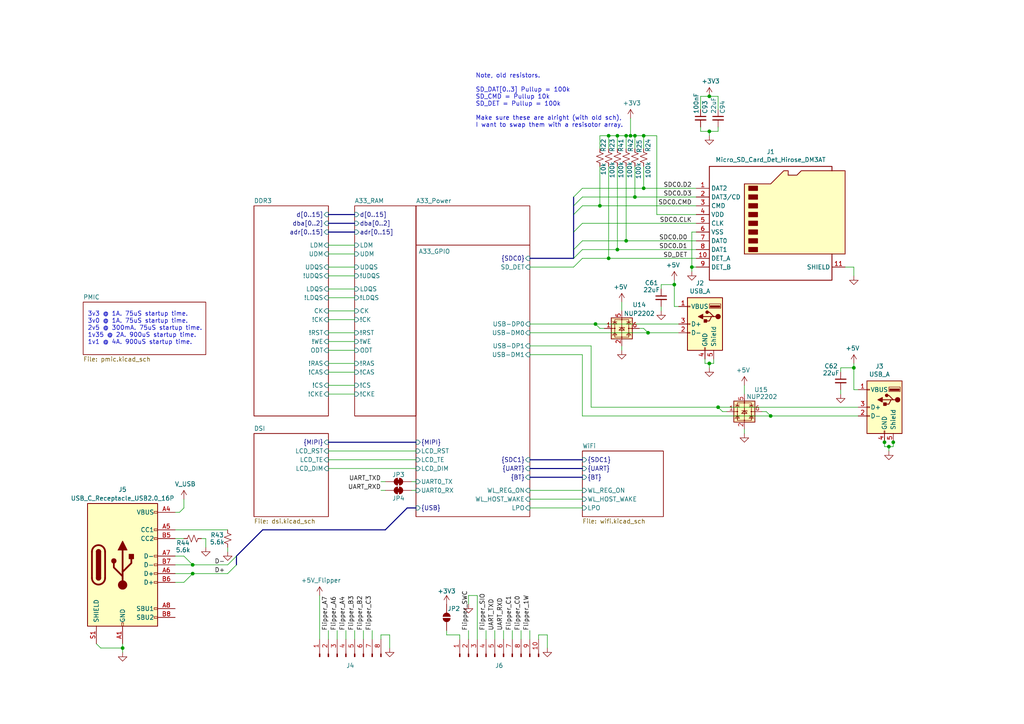
<source format=kicad_sch>
(kicad_sch (version 20231120) (generator "eeschema") (generator_version "8.0")
  (paper "A4")
  (title_block (title "Wifi Wart NFF") (rev "R0.1") (company "Interrupt Labs"))
  (lib_symbols
    (symbol "Connector:Conn_01x08_Pin" (pin_names (offset 1.016) hide)
      (property "Reference" "J" (at 0 10.16 0))
      (property "Value" "Conn_01x08_Pin" (at 0 -12.7 0))
      (symbol "Conn_01x08_Pin_1_1"
        (polyline (pts (xy 1.27 -10.16) (xy 0.8636 -10.16)) (stroke (width 0.1524)))
        (polyline (pts (xy 1.27 -7.62) (xy 0.8636 -7.62)) (stroke (width 0.1524)))
        (polyline (pts (xy 1.27 -5.08) (xy 0.8636 -5.08)) (stroke (width 0.1524)))
        (polyline (pts (xy 1.27 -2.54) (xy 0.8636 -2.54)) (stroke (width 0.1524)))
        (polyline (pts (xy 1.27 0) (xy 0.8636 0)) (stroke (width 0.1524)))
        (polyline (pts (xy 1.27 2.54) (xy 0.8636 2.54)) (stroke (width 0.1524)))
        (polyline (pts (xy 1.27 5.08) (xy 0.8636 5.08)) (stroke (width 0.1524)))
        (polyline (pts (xy 1.27 7.62) (xy 0.8636 7.62)) (stroke (width 0.1524)))
        (rectangle (start 0.8636 -10.033) (end 0 -10.287) (stroke (width 0.1524)) (fill (type outline)))
        (rectangle (start 0.8636 -7.493) (end 0 -7.747) (stroke (width 0.1524)) (fill (type outline)))
        (rectangle (start 0.8636 -4.953) (end 0 -5.207) (stroke (width 0.1524)) (fill (type outline)))
        (rectangle (start 0.8636 -2.413) (end 0 -2.667) (stroke (width 0.1524)) (fill (type outline)))
        (rectangle (start 0.8636 0.127) (end 0 -0.127) (stroke (width 0.1524)) (fill (type outline)))
        (rectangle (start 0.8636 2.667) (end 0 2.413) (stroke (width 0.1524)) (fill (type outline)))
        (rectangle (start 0.8636 5.207) (end 0 4.953) (stroke (width 0.1524)) (fill (type outline)))
        (rectangle (start 0.8636 7.747) (end 0 7.493) (stroke (width 0.1524)) (fill (type outline)))
        (pin passive line (at 5.08 7.62 180) (length 3.81) (name "Pin_1") (number "1"))
        (pin passive line (at 5.08 5.08 180) (length 3.81) (name "Pin_2") (number "2"))
        (pin passive line (at 5.08 2.54 180) (length 3.81) (name "Pin_3") (number "3"))
        (pin passive line (at 5.08 0 180) (length 3.81) (name "Pin_4") (number "4"))
        (pin passive line (at 5.08 -2.54 180) (length 3.81) (name "Pin_5") (number "5"))
        (pin passive line (at 5.08 -5.08 180) (length 3.81) (name "Pin_6") (number "6"))
        (pin passive line (at 5.08 -7.62 180) (length 3.81) (name "Pin_7") (number "7"))
        (pin passive line (at 5.08 -10.16 180) (length 3.81) (name "Pin_8") (number "8"))
      )
    )
    (symbol "Connector:Conn_01x10_Pin" (pin_names (offset 1.016) hide)
      (property "Reference" "J" (at 0 12.7 0))
      (property "Value" "Conn_01x10_Pin" (at 0 -15.24 0))
      (symbol "Conn_01x10_Pin_1_1"
        (polyline (pts (xy 1.27 -12.7) (xy 0.8636 -12.7)) (stroke (width 0.1524)))
        (polyline (pts (xy 1.27 -10.16) (xy 0.8636 -10.16)) (stroke (width 0.1524)))
        (polyline (pts (xy 1.27 -7.62) (xy 0.8636 -7.62)) (stroke (width 0.1524)))
        (polyline (pts (xy 1.27 -5.08) (xy 0.8636 -5.08)) (stroke (width 0.1524)))
        (polyline (pts (xy 1.27 -2.54) (xy 0.8636 -2.54)) (stroke (width 0.1524)))
        (polyline (pts (xy 1.27 0) (xy 0.8636 0)) (stroke (width 0.1524)))
        (polyline (pts (xy 1.27 2.54) (xy 0.8636 2.54)) (stroke (width 0.1524)))
        (polyline (pts (xy 1.27 5.08) (xy 0.8636 5.08)) (stroke (width 0.1524)))
        (polyline (pts (xy 1.27 7.62) (xy 0.8636 7.62)) (stroke (width 0.1524)))
        (polyline (pts (xy 1.27 10.16) (xy 0.8636 10.16)) (stroke (width 0.1524)))
        (rectangle (start 0.8636 -12.573) (end 0 -12.827) (stroke (width 0.1524)) (fill (type outline)))
        (rectangle (start 0.8636 -10.033) (end 0 -10.287) (stroke (width 0.1524)) (fill (type outline)))
        (rectangle (start 0.8636 -7.493) (end 0 -7.747) (stroke (width 0.1524)) (fill (type outline)))
        (rectangle (start 0.8636 -4.953) (end 0 -5.207) (stroke (width 0.1524)) (fill (type outline)))
        (rectangle (start 0.8636 -2.413) (end 0 -2.667) (stroke (width 0.1524)) (fill (type outline)))
        (rectangle (start 0.8636 0.127) (end 0 -0.127) (stroke (width 0.1524)) (fill (type outline)))
        (rectangle (start 0.8636 2.667) (end 0 2.413) (stroke (width 0.1524)) (fill (type outline)))
        (rectangle (start 0.8636 5.207) (end 0 4.953) (stroke (width 0.1524)) (fill (type outline)))
        (rectangle (start 0.8636 7.747) (end 0 7.493) (stroke (width 0.1524)) (fill (type outline)))
        (rectangle (start 0.8636 10.287) (end 0 10.033) (stroke (width 0.1524)) (fill (type outline)))
        (pin passive line (at 5.08 10.16 180) (length 3.81) (name "Pin_1") (number "1"))
        (pin passive line (at 5.08 -12.7 180) (length 3.81) (name "Pin_10") (number "10"))
        (pin passive line (at 5.08 7.62 180) (length 3.81) (name "Pin_2") (number "2"))
        (pin passive line (at 5.08 5.08 180) (length 3.81) (name "Pin_3") (number "3"))
        (pin passive line (at 5.08 2.54 180) (length 3.81) (name "Pin_4") (number "4"))
        (pin passive line (at 5.08 0 180) (length 3.81) (name "Pin_5") (number "5"))
        (pin passive line (at 5.08 -2.54 180) (length 3.81) (name "Pin_6") (number "6"))
        (pin passive line (at 5.08 -5.08 180) (length 3.81) (name "Pin_7") (number "7"))
        (pin passive line (at 5.08 -7.62 180) (length 3.81) (name "Pin_8") (number "8"))
        (pin passive line (at 5.08 -10.16 180) (length 3.81) (name "Pin_9") (number "9"))
      )
    )
    (symbol "Connector:Micro_SD_Card_Det_Hirose_DM3AT"
      (property "Reference" "J" (at -16.51 17.78 0))
      (property "Value" "Micro_SD_Card_Det_Hirose_DM3AT" (at 16.51 17.78 0))
      (symbol "Micro_SD_Card_Det_Hirose_DM3AT_0_1"
        (rectangle (start -7.62 -6.985) (end -5.08 -8.255) (stroke (width 0.254)) (fill (type outline)))
        (rectangle (start -7.62 -4.445) (end -5.08 -5.715) (stroke (width 0.254)) (fill (type outline)))
        (rectangle (start -7.62 -1.905) (end -5.08 -3.175) (stroke (width 0.254)) (fill (type outline)))
        (rectangle (start -7.62 0.635) (end -5.08 -0.635) (stroke (width 0.254)) (fill (type outline)))
        (rectangle (start -7.62 3.175) (end -5.08 1.905) (stroke (width 0.254)) (fill (type outline)))
        (rectangle (start -7.62 5.715) (end -5.08 4.445) (stroke (width 0.254)) (fill (type outline)))
        (rectangle (start -7.62 8.255) (end -5.08 6.985) (stroke (width 0.254)) (fill (type outline)))
        (rectangle (start -7.62 10.795) (end -5.08 9.525) (stroke (width 0.254)) (fill (type outline)))
        (polyline (pts (xy 16.51 15.24) (xy 16.51 16.51) (xy -19.05 16.51) (xy -19.05 -16.51) (xy 16.51 -16.51) (xy 16.51 -8.89)) (stroke (width 0.254)))
        (polyline (pts (xy -8.89 -8.89) (xy -8.89 11.43) (xy -1.27 11.43) (xy 2.54 15.24) (xy 3.81 15.24) (xy 3.81 13.97) (xy 6.35 13.97) (xy 7.62 15.24) (xy 20.32 15.24) (xy 20.32 -8.89) (xy -8.89 -8.89)) (stroke (width 0.254)) (fill (type background)))
      )
      (symbol "Micro_SD_Card_Det_Hirose_DM3AT_1_1"
        (pin bidirectional line (at -22.86 10.16 0) (length 3.81) (name "DAT2") (number "1"))
        (pin passive line (at -22.86 -10.16 0) (length 3.81) (name "DET_A") (number "10"))
        (pin passive line (at 20.32 -12.7 180) (length 3.81) (name "SHIELD") (number "11"))
        (pin bidirectional line (at -22.86 7.62 0) (length 3.81) (name "DAT3/CD") (number "2"))
        (pin input line (at -22.86 5.08 0) (length 3.81) (name "CMD") (number "3"))
        (pin power_in line (at -22.86 2.54 0) (length 3.81) (name "VDD") (number "4"))
        (pin input line (at -22.86 0 0) (length 3.81) (name "CLK") (number "5"))
        (pin power_in line (at -22.86 -2.54 0) (length 3.81) (name "VSS") (number "6"))
        (pin bidirectional line (at -22.86 -5.08 0) (length 3.81) (name "DAT0") (number "7"))
        (pin bidirectional line (at -22.86 -7.62 0) (length 3.81) (name "DAT1") (number "8"))
        (pin passive line (at -22.86 -12.7 0) (length 3.81) (name "DET_B") (number "9"))
      )
    )
    (symbol "Connector:USB_A" (pin_names (offset 1.016))
      (property "Reference" "J" (at -5.08 11.43 0))
      (property "Value" "USB_A" (at -5.08 8.89 0))
      (symbol "USB_A_0_1"
        (rectangle (start -5.08 -7.62) (end 5.08 7.62) (stroke (width 0.254)) (fill (type background)))
        (circle (center -3.81 2.159) (radius 0.635) (stroke (width 0.254)) (fill (type outline)))
        (rectangle (start -1.524 4.826) (end -4.318 5.334) (fill (type outline)))
        (rectangle (start -1.27 4.572) (end -4.572 5.842))
        (circle (center -0.635 3.429) (radius 0.381) (stroke (width 0.254)) (fill (type outline)))
        (rectangle (start -0.127 -7.62) (end 0.127 -6.858))
        (polyline (pts (xy -3.175 2.159) (xy -2.54 2.159) (xy -1.27 3.429) (xy -0.635 3.429)) (stroke (width 0.254)))
        (polyline (pts (xy -2.54 2.159) (xy -1.905 2.159) (xy -1.27 0.889) (xy 0 0.889)) (stroke (width 0.254)))
        (polyline (pts (xy 0.635 2.794) (xy 0.635 1.524) (xy 1.905 2.159) (xy 0.635 2.794)) (stroke (width 0.254)) (fill (type outline)))
        (rectangle (start 0.254 1.27) (end -0.508 0.508) (stroke (width 0.254)) (fill (type outline)))
        (rectangle (start 5.08 -2.667) (end 4.318 -2.413))
        (rectangle (start 5.08 -0.127) (end 4.318 0.127))
        (rectangle (start 5.08 4.953) (end 4.318 5.207))
      )
      (symbol "USB_A_1_1"
        (polyline (pts (xy -1.905 2.159) (xy 0.635 2.159)) (stroke (width 0.254)))
        (pin power_in line (at 7.62 5.08 180) (length 2.54) (name "VBUS") (number "1"))
        (pin bidirectional line (at 7.62 -2.54 180) (length 2.54) (name "D-") (number "2"))
        (pin bidirectional line (at 7.62 0 180) (length 2.54) (name "D+") (number "3"))
        (pin power_in line (at 0 -10.16 90) (length 2.54) (name "GND") (number "4"))
        (pin passive line (at -2.54 -10.16 90) (length 2.54) (name "Shield") (number "5"))
      )
    )
    (symbol "Connector:USB_C_Receptacle_USB2.0_16P" (pin_names (offset 1.016))
      (property "Reference" "J" (at 0 22.225 0))
      (property "Value" "USB_C_Receptacle_USB2.0_16P" (at 0 19.685 0))
      (symbol "USB_C_Receptacle_USB2.0_16P_0_0"
        (rectangle (start -0.254 -17.78) (end 0.254 -16.764))
        (rectangle (start 10.16 -14.986) (end 9.144 -15.494))
        (rectangle (start 10.16 -12.446) (end 9.144 -12.954))
        (rectangle (start 10.16 -4.826) (end 9.144 -5.334))
        (rectangle (start 10.16 -2.286) (end 9.144 -2.794))
        (rectangle (start 10.16 0.254) (end 9.144 -0.254))
        (rectangle (start 10.16 2.794) (end 9.144 2.286))
        (rectangle (start 10.16 7.874) (end 9.144 7.366))
        (rectangle (start 10.16 10.414) (end 9.144 9.906))
        (rectangle (start 10.16 15.494) (end 9.144 14.986))
      )
      (symbol "USB_C_Receptacle_USB2.0_16P_0_1"
        (rectangle (start -10.16 17.78) (end 10.16 -17.78) (stroke (width 0.254)) (fill (type background)))
        (arc (start -8.89 -3.81) (mid -6.985 -5.7067) (end -5.08 -3.81) (stroke (width 0.508)))
        (arc (start -7.62 -3.81) (mid -6.985 -4.4423) (end -6.35 -3.81) (stroke (width 0.254)))
        (arc (start -7.62 -3.81) (mid -6.985 -4.4423) (end -6.35 -3.81) (stroke (width 0.254)) (fill (type outline)))
        (rectangle (start -7.62 -3.81) (end -6.35 3.81) (stroke (width 0.254)) (fill (type outline)))
        (arc (start -6.35 3.81) (mid -6.985 4.4423) (end -7.62 3.81) (stroke (width 0.254)))
        (arc (start -6.35 3.81) (mid -6.985 4.4423) (end -7.62 3.81) (stroke (width 0.254)) (fill (type outline)))
        (arc (start -5.08 3.81) (mid -6.985 5.7067) (end -8.89 3.81) (stroke (width 0.508)))
        (circle (center -2.54 1.143) (radius 0.635) (stroke (width 0.254)) (fill (type outline)))
        (circle (center 0 -5.842) (radius 1.27) (fill (type outline)))
        (polyline (pts (xy -8.89 -3.81) (xy -8.89 3.81)) (stroke (width 0.508)))
        (polyline (pts (xy -5.08 3.81) (xy -5.08 -3.81)) (stroke (width 0.508)))
        (polyline (pts (xy 0 -5.842) (xy 0 4.318)) (stroke (width 0.508)))
        (polyline (pts (xy 0 -3.302) (xy -2.54 -0.762) (xy -2.54 0.508)) (stroke (width 0.508)))
        (polyline (pts (xy 0 -2.032) (xy 2.54 0.508) (xy 2.54 1.778)) (stroke (width 0.508)))
        (polyline (pts (xy -1.27 4.318) (xy 0 6.858) (xy 1.27 4.318) (xy -1.27 4.318)) (stroke (width 0.254)) (fill (type outline)))
        (rectangle (start 1.905 1.778) (end 3.175 3.048) (stroke (width 0.254)) (fill (type outline)))
      )
      (symbol "USB_C_Receptacle_USB2.0_16P_1_1"
        (pin passive line (at 0 -22.86 90) (length 5.08) (name "GND") (number "A1"))
        (pin passive line (at 0 -22.86 90) (length 5.08) hide (name "GND") (number "A12"))
        (pin passive line (at 15.24 15.24 180) (length 5.08) (name "VBUS") (number "A4"))
        (pin bidirectional line (at 15.24 10.16 180) (length 5.08) (name "CC1") (number "A5"))
        (pin bidirectional line (at 15.24 -2.54 180) (length 5.08) (name "D+") (number "A6"))
        (pin bidirectional line (at 15.24 2.54 180) (length 5.08) (name "D-") (number "A7"))
        (pin bidirectional line (at 15.24 -12.7 180) (length 5.08) (name "SBU1") (number "A8"))
        (pin passive line (at 15.24 15.24 180) (length 5.08) hide (name "VBUS") (number "A9"))
        (pin passive line (at 0 -22.86 90) (length 5.08) hide (name "GND") (number "B1"))
        (pin passive line (at 0 -22.86 90) (length 5.08) hide (name "GND") (number "B12"))
        (pin passive line (at 15.24 15.24 180) (length 5.08) hide (name "VBUS") (number "B4"))
        (pin bidirectional line (at 15.24 7.62 180) (length 5.08) (name "CC2") (number "B5"))
        (pin bidirectional line (at 15.24 -5.08 180) (length 5.08) (name "D+") (number "B6"))
        (pin bidirectional line (at 15.24 0 180) (length 5.08) (name "D-") (number "B7"))
        (pin bidirectional line (at 15.24 -15.24 180) (length 5.08) (name "SBU2") (number "B8"))
        (pin passive line (at 15.24 15.24 180) (length 5.08) hide (name "VBUS") (number "B9"))
        (pin passive line (at -7.62 -22.86 90) (length 5.08) (name "SHIELD") (number "S1"))
      )
    )
    (symbol "Device:C_Small" (pin_numbers hide) (pin_names (offset 0.254) hide)
      (property "Reference" "C" (at 0.254 1.778 0))
      (property "Value" "C_Small" (at 0.254 -2.032 0))
      (symbol "C_Small_0_1"
        (polyline (pts (xy -1.524 -0.508) (xy 1.524 -0.508)) (stroke (width 0.3302)))
        (polyline (pts (xy -1.524 0.508) (xy 1.524 0.508)) (stroke (width 0.3048)))
      )
      (symbol "C_Small_1_1"
        (pin passive line (at 0 2.54 270) (length 2.032) (name "~") (number "1"))
        (pin passive line (at 0 -2.54 90) (length 2.032) (name "~") (number "2"))
      )
    )
    (symbol "Device:R_Small_US" (pin_numbers hide) (pin_names (offset 0.254) hide)
      (property "Reference" "R" (at 0.762 0.508 0))
      (property "Value" "R_Small_US" (at 0.762 -1.016 0))
      (symbol "R_Small_US_1_1"
        (polyline (pts (xy 0 0) (xy 1.016 -0.381) (xy 0 -0.762) (xy -1.016 -1.143) (xy 0 -1.524)))
        (polyline (pts (xy 0 1.524) (xy 1.016 1.143) (xy 0 0.762) (xy -1.016 0.381) (xy 0 0)))
        (pin passive line (at 0 2.54 270) (length 1.016) (name "~") (number "1"))
        (pin passive line (at 0 -2.54 90) (length 1.016) (name "~") (number "2"))
      )
    )
    (symbol "Jumper:SolderJumper_2_Bridged" (pin_numbers hide) (pin_names (offset 0) hide) (exclude_from_sim yes) (in_bom no)
      (property "Reference" "JP" (at 0 2.032 0))
      (property "Value" "SolderJumper_2_Bridged" (at 0 -2.54 0))
      (symbol "SolderJumper_2_Bridged_0_1"
        (rectangle (start -0.508 0.508) (end 0.508 -0.508) (fill (type outline)))
        (arc (start -0.254 1.016) (mid -1.2656 0) (end -0.254 -1.016))
        (arc (start -0.254 1.016) (mid -1.2656 0) (end -0.254 -1.016) (fill (type outline)))
        (polyline (pts (xy -0.254 1.016) (xy -0.254 -1.016)))
        (polyline (pts (xy 0.254 1.016) (xy 0.254 -1.016)))
        (arc (start 0.254 -1.016) (mid 1.2656 0) (end 0.254 1.016))
        (arc (start 0.254 -1.016) (mid 1.2656 0) (end 0.254 1.016) (fill (type outline)))
      )
      (symbol "SolderJumper_2_Bridged_1_1"
        (pin passive line (at -3.81 0 0) (length 2.54) (name "A") (number "1"))
        (pin passive line (at 3.81 0 180) (length 2.54) (name "B") (number "2"))
      )
    )
    (symbol "Jumper:SolderJumper_2_Open" (pin_numbers hide) (pin_names (offset 0) hide) (exclude_from_sim yes) (in_bom no)
      (property "Reference" "JP" (at 0 2.032 0))
      (property "Value" "SolderJumper_2_Open" (at 0 -2.54 0))
      (symbol "SolderJumper_2_Open_0_1"
        (arc (start -0.254 1.016) (mid -1.2656 0) (end -0.254 -1.016))
        (arc (start -0.254 1.016) (mid -1.2656 0) (end -0.254 -1.016) (fill (type outline)))
        (polyline (pts (xy -0.254 1.016) (xy -0.254 -1.016)))
        (polyline (pts (xy 0.254 1.016) (xy 0.254 -1.016)))
        (arc (start 0.254 -1.016) (mid 1.2656 0) (end 0.254 1.016))
        (arc (start 0.254 -1.016) (mid 1.2656 0) (end 0.254 1.016) (fill (type outline)))
      )
      (symbol "SolderJumper_2_Open_1_1"
        (pin passive line (at -3.81 0 0) (length 2.54) (name "A") (number "1"))
        (pin passive line (at 3.81 0 180) (length 2.54) (name "B") (number "2"))
      )
    )
    (symbol "Power_Protection:NUP2202"
      (property "Reference" "U" (at -5.334 -2.54 0))
      (property "Value" "NUP2202" (at 6.35 1.27 90))
      (symbol "NUP2202_0_1"
        (rectangle (start -3.048 3.048) (end 3.048 -3.048) (stroke (width 0.254)) (fill (type background)))
        (circle (center -2.032 0) (radius 0.127))
        (circle (center -2.032 0) (radius 0.127))
        (circle (center 0 -2.54) (radius 0.127))
        (polyline (pts (xy -2.667 -1.27) (xy -1.397 -1.27)))
        (polyline (pts (xy -2.667 -1.27) (xy -1.397 -1.27)))
        (polyline (pts (xy -2.667 1.905) (xy -1.397 1.905)))
        (polyline (pts (xy -2.54 0) (xy -2.032 0)))
        (polyline (pts (xy -2.032 -2.54) (xy -2.032 -0.635)))
        (polyline (pts (xy -2.032 -2.54) (xy -2.032 -0.635)))
        (polyline (pts (xy -2.032 0.635) (xy -2.032 -0.635)))
        (polyline (pts (xy -2.032 0.635) (xy -2.032 2.54)))
        (polyline (pts (xy -2.032 2.54) (xy 2.032 2.54)))
        (polyline (pts (xy -0.762 0.254) (xy 0.762 0.254)))
        (polyline (pts (xy 0 -0.889) (xy 0 -2.54)))
        (polyline (pts (xy 0 -0.889) (xy 0 1.016)))
        (polyline (pts (xy 0 -0.889) (xy 0 1.016)))
        (polyline (pts (xy 0 1.016) (xy 0 3.81)))
        (polyline (pts (xy 0.762 0) (xy 0.762 0.254)))
        (polyline (pts (xy 1.397 -1.27) (xy 2.667 -1.27)))
        (polyline (pts (xy 1.397 -1.27) (xy 2.667 -1.27)))
        (polyline (pts (xy 1.397 1.905) (xy 2.667 1.905)))
        (polyline (pts (xy 2.032 -2.54) (xy -2.032 -2.54)))
        (polyline (pts (xy 2.032 -2.54) (xy 2.032 -0.635)))
        (polyline (pts (xy 2.032 -2.54) (xy 2.032 -0.635)))
        (polyline (pts (xy 2.032 0) (xy 2.54 0)))
        (polyline (pts (xy 2.032 0.635) (xy 2.032 -0.635)))
        (polyline (pts (xy 2.032 0.635) (xy 2.032 2.54)))
        (polyline (pts (xy -2.667 -1.905) (xy -1.397 -1.905) (xy -2.032 -1.27) (xy -2.667 -1.905)))
        (polyline (pts (xy -2.667 1.27) (xy -1.397 1.27) (xy -2.032 1.905) (xy -2.667 1.27)))
        (polyline (pts (xy -0.762 -0.508) (xy 0.762 -0.508) (xy 0 0.254) (xy -0.762 -0.508)))
        (polyline (pts (xy -0.762 -0.508) (xy 0.762 -0.508) (xy 0 0.254) (xy -0.762 -0.508)))
        (polyline (pts (xy 1.397 -1.905) (xy 2.667 -1.905) (xy 2.032 -1.27) (xy 1.397 -1.905)))
        (polyline (pts (xy 1.397 1.27) (xy 2.667 1.27) (xy 2.032 1.905) (xy 1.397 1.27)))
        (circle (center 0 2.54) (radius 0.127))
        (circle (center 2.032 0) (radius 0.127))
        (circle (center 2.032 0) (radius 0.127))
      )
      (symbol "NUP2202_1_1"
        (pin passive line (at -5.08 0 0) (length 2.54) (name "~") (number "1"))
        (pin passive line (at 0 -5.08 90) (length 2.54) (name "~") (number "2"))
        (pin no_connect line (at 0 -2.54 90) (length 2.54) hide (name "~") (number "3"))
        (pin no_connect line (at 0 2.54 270) (length 2.54) hide (name "~") (number "4"))
        (pin passive line (at 0 5.08 270) (length 2.54) (name "~") (number "5"))
        (pin passive line (at 5.08 0 180) (length 2.54) (name "~") (number "6"))
      )
    )
    (symbol "hardware-rescue:+3V3-power" (power) (pin_names (offset 0))
      (property "Value" "power_+3V3" (at 0 3.556 0))
      (symbol "+3V3-power_0_1"
        (polyline (pts (xy -0.762 1.27) (xy 0 2.54)))
        (polyline (pts (xy 0 0) (xy 0 2.54)))
        (polyline (pts (xy 0 2.54) (xy 0.762 1.27)))
      )
      (symbol "+3V3-power_1_1"
        (pin power_in line (at 0 0 90) (length 0) hide (name "+3V3") (number "1"))
      )
    )
    (symbol "hardware-rescue:+5V-power" (power) (pin_names (offset 0))
      (property "Value" "power_+5V" (at 0 3.556 0))
      (symbol "+5V-power_0_1"
        (polyline (pts (xy -0.762 1.27) (xy 0 2.54)))
        (polyline (pts (xy 0 0) (xy 0 2.54)))
        (polyline (pts (xy 0 2.54) (xy 0.762 1.27)))
      )
      (symbol "+5V-power_1_1"
        (pin power_in line (at 0 0 90) (length 0) hide (name "+5V") (number "1"))
      )
    )
    (symbol "hardware-rescue:GND-power" (power) (pin_names (offset 0))
      (property "Value" "power_GND" (at 0 -3.81 0))
      (symbol "GND-power_0_1"
        (polyline (pts (xy 0 0) (xy 0 -1.27) (xy 1.27 -1.27) (xy 0 -2.54) (xy -1.27 -1.27) (xy 0 -1.27)))
      )
      (symbol "GND-power_1_1"
        (pin power_in line (at 0 0 270) (length 0) hide (name "GND") (number "1"))
      )
    )
    (symbol "power:+3V3" (power) (pin_names (offset 0))
      (property "Value" "+3V3" (at 0 3.556 0))
      (symbol "+3V3_0_1"
        (polyline (pts (xy -0.762 1.27) (xy 0 2.54)))
        (polyline (pts (xy 0 0) (xy 0 2.54)))
        (polyline (pts (xy 0 2.54) (xy 0.762 1.27)))
      )
      (symbol "+3V3_1_1"
        (pin power_in line (at 0 0 90) (length 0) hide (name "+3V3") (number "1"))
      )
    )
    (symbol "power:+5V" (power) (pin_names (offset 0))
      (property "Value" "+5V" (at 0 3.556 0))
      (symbol "+5V_0_1"
        (polyline (pts (xy -0.762 1.27) (xy 0 2.54)))
        (polyline (pts (xy 0 0) (xy 0 2.54)))
        (polyline (pts (xy 0 2.54) (xy 0.762 1.27)))
      )
      (symbol "+5V_1_1"
        (pin power_in line (at 0 0 90) (length 0) hide (name "+5V") (number "1"))
      )
    )
    (symbol "power:GND" (power) (pin_names (offset 0))
      (property "Value" "GND" (at 0 -3.81 0))
      (symbol "GND_0_1"
        (polyline (pts (xy 0 0) (xy 0 -1.27) (xy 1.27 -1.27) (xy 0 -2.54) (xy -1.27 -1.27) (xy 0 -1.27)))
      )
      (symbol "GND_1_1"
        (pin power_in line (at 0 0 270) (length 0) hide (name "GND") (number "1"))
      )
    )
  )
  (junction (at 172.72 93.98))
  (junction (at 205.74 27.94))
  (junction (at 181.61 39.37))
  (junction (at 184.15 57.15))
  (junction (at 259.08 128.27))
  (junction (at 205.74 38.1))
  (junction (at 256.54 128.27))
  (junction (at 247.65 106.68))
  (junction (at 55.88 163.83))
  (junction (at 173.99 59.69))
  (junction (at 35.56 187.96))
  (junction (at 181.61 69.85))
  (junction (at 176.53 74.93))
  (junction (at 55.88 166.37))
  (junction (at 208.28 118.11))
  (junction (at 184.15 39.37))
  (junction (at 257.81 129.54))
  (junction (at 223.52 120.65))
  (junction (at 176.53 39.37))
  (junction (at 182.88 39.37))
  (junction (at 195.58 82.55))
  (junction (at 205.74 105.41))
  (junction (at 200.66 77.47))
  (junction (at 187.96 96.52))
  (junction (at 186.69 54.61))
  (junction (at 179.07 39.37))
  (junction (at 186.69 39.37))
  (junction (at 179.07 72.39))
  (bus_entry (at 66.04 166.37) (size 2.54 -2.54))
  (bus_entry (at 166.37 62.23) (size 2.54 -2.54))
  (bus_entry (at 166.37 57.15) (size 2.54 -2.54))
  (bus_entry (at 166.37 67.31) (size 2.54 -2.54))
  (bus_entry (at 66.04 163.83) (size 2.54 -2.54))
  (bus_entry (at 166.37 74.93) (size 2.54 -2.54))
  (bus_entry (at 166.37 59.69) (size 2.54 -2.54))
  (bus_entry (at 166.37 72.39) (size 2.54 -2.54))
  (wire (pts (xy 59.69 156.21) (xy 59.69 158.75)))
  (bus (pts (xy 153.67 133.35) (xy 168.91 133.35)))
  (wire (pts (xy 35.56 186.69) (xy 35.56 187.96)))
  (wire (pts (xy 195.58 81.28) (xy 195.58 82.55)))
  (wire (pts (xy 200.66 77.47) (xy 201.93 77.47)))
  (wire (pts (xy 95.25 182.88) (xy 95.25 185.42)))
  (wire (pts (xy 173.99 48.26) (xy 173.99 59.69)))
  (wire (pts (xy 146.05 182.88) (xy 146.05 185.42)))
  (wire (pts (xy 186.69 54.61) (xy 201.93 54.61)))
  (wire (pts (xy 95.25 107.95) (xy 102.87 107.95)))
  (wire (pts (xy 181.61 39.37) (xy 179.07 39.37)))
  (wire (pts (xy 66.04 158.75) (xy 66.04 160.02)))
  (wire (pts (xy 243.84 106.68) (xy 243.84 107.95)))
  (wire (pts (xy 173.99 95.25) (xy 172.72 93.98)))
  (wire (pts (xy 184.15 48.26) (xy 184.15 57.15)))
  (bus (pts (xy 153.67 135.89) (xy 168.91 135.89)))
  (wire (pts (xy 180.34 101.6) (xy 180.34 100.33)))
  (wire (pts (xy 186.69 95.25) (xy 187.96 96.52)))
  (bus (pts (xy 76.2 153.67) (xy 111.76 153.67)))
  (wire (pts (xy 259.08 129.54) (xy 257.81 129.54)))
  (wire (pts (xy 113.03 184.15) (xy 113.03 187.96)))
  (wire (pts (xy 95.25 77.47) (xy 102.87 77.47)))
  (wire (pts (xy 168.91 59.69) (xy 173.99 59.69)))
  (wire (pts (xy 175.26 95.25) (xy 173.99 95.25)))
  (wire (pts (xy 50.8 161.29) (xy 53.34 161.29)))
  (wire (pts (xy 168.91 120.65) (xy 223.52 120.65)))
  (wire (pts (xy 55.88 163.83) (xy 66.04 163.83)))
  (wire (pts (xy 111.76 142.24) (xy 110.49 142.24)))
  (wire (pts (xy 186.69 39.37) (xy 186.69 43.18)))
  (wire (pts (xy 110.49 185.42) (xy 110.49 184.15)))
  (wire (pts (xy 203.2 31.75) (xy 203.2 27.94)))
  (wire (pts (xy 182.88 34.29) (xy 182.88 39.37)))
  (wire (pts (xy 200.66 67.31) (xy 200.66 77.47)))
  (wire (pts (xy 95.25 105.41) (xy 102.87 105.41)))
  (wire (pts (xy 256.54 127) (xy 256.54 128.27)))
  (wire (pts (xy 176.53 74.93) (xy 201.93 74.93)))
  (wire (pts (xy 95.25 130.81) (xy 120.65 130.81)))
  (wire (pts (xy 140.97 182.88) (xy 140.97 185.42)))
  (bus (pts (xy 95.25 64.77) (xy 102.87 64.77)))
  (wire (pts (xy 50.8 153.67) (xy 66.04 153.67)))
  (wire (pts (xy 50.8 163.83) (xy 55.88 163.83)))
  (wire (pts (xy 208.28 31.75) (xy 208.28 27.94)))
  (bus (pts (xy 120.65 147.32) (xy 118.11 147.32)))
  (bus (pts (xy 166.37 59.69) (xy 166.37 62.23)))
  (wire (pts (xy 95.25 90.17) (xy 102.87 90.17)))
  (wire (pts (xy 168.91 102.87) (xy 168.91 120.65)))
  (wire (pts (xy 215.9 125.73) (xy 215.9 124.46)))
  (wire (pts (xy 153.67 96.52) (xy 187.96 96.52)))
  (wire (pts (xy 200.66 67.31) (xy 201.93 67.31)))
  (wire (pts (xy 176.53 39.37) (xy 176.53 43.18)))
  (wire (pts (xy 181.61 48.26) (xy 181.61 69.85)))
  (wire (pts (xy 168.91 64.77) (xy 201.93 64.77)))
  (wire (pts (xy 220.98 119.38) (xy 222.25 119.38)))
  (wire (pts (xy 185.42 95.25) (xy 186.69 95.25)))
  (wire (pts (xy 156.21 184.15) (xy 158.75 184.15)))
  (wire (pts (xy 257.81 129.54) (xy 256.54 129.54)))
  (wire (pts (xy 153.67 142.24) (xy 168.91 142.24)))
  (wire (pts (xy 95.25 71.12) (xy 102.87 71.12)))
  (bus (pts (xy 166.37 74.93) (xy 166.37 72.39)))
  (wire (pts (xy 29.21 187.96) (xy 27.94 186.69)))
  (wire (pts (xy 247.65 105.41) (xy 247.65 106.68)))
  (wire (pts (xy 35.56 187.96) (xy 29.21 187.96)))
  (wire (pts (xy 95.25 96.52) (xy 102.87 96.52)))
  (bus (pts (xy 95.25 67.31) (xy 102.87 67.31)))
  (wire (pts (xy 259.08 128.27) (xy 259.08 129.54)))
  (wire (pts (xy 186.69 48.26) (xy 186.69 54.61)))
  (wire (pts (xy 95.25 111.76) (xy 102.87 111.76)))
  (wire (pts (xy 107.95 182.88) (xy 107.95 185.42)))
  (wire (pts (xy 35.56 187.96) (xy 35.56 189.23)))
  (wire (pts (xy 243.84 106.68) (xy 247.65 106.68)))
  (wire (pts (xy 196.85 88.9) (xy 195.58 88.9)))
  (wire (pts (xy 95.25 73.66) (xy 102.87 73.66)))
  (wire (pts (xy 95.25 83.82) (xy 102.87 83.82)))
  (wire (pts (xy 171.45 118.11) (xy 208.28 118.11)))
  (wire (pts (xy 95.25 86.36) (xy 102.87 86.36)))
  (wire (pts (xy 168.91 72.39) (xy 179.07 72.39)))
  (wire (pts (xy 190.5 62.23) (xy 201.93 62.23)))
  (wire (pts (xy 203.2 27.94) (xy 205.74 27.94)))
  (wire (pts (xy 55.88 166.37) (xy 66.04 166.37)))
  (wire (pts (xy 205.74 39.37) (xy 205.74 38.1)))
  (wire (pts (xy 135.89 182.88) (xy 135.89 185.42)))
  (wire (pts (xy 205.74 27.94) (xy 208.28 27.94)))
  (wire (pts (xy 168.91 54.61) (xy 186.69 54.61)))
  (wire (pts (xy 200.66 77.47) (xy 200.66 78.74)))
  (wire (pts (xy 259.08 127) (xy 259.08 128.27)))
  (wire (pts (xy 187.96 96.52) (xy 196.85 96.52)))
  (wire (pts (xy 179.07 72.39) (xy 201.93 72.39)))
  (bus (pts (xy 166.37 57.15) (xy 166.37 59.69)))
  (wire (pts (xy 52.07 148.59) (xy 53.34 147.32)))
  (bus (pts (xy 68.58 161.29) (xy 76.2 153.67)))
  (wire (pts (xy 205.74 105.41) (xy 205.74 106.68)))
  (wire (pts (xy 102.87 182.88) (xy 102.87 185.42)))
  (wire (pts (xy 243.84 113.03) (xy 243.84 114.3)))
  (wire (pts (xy 110.49 139.7) (xy 111.76 139.7)))
  (wire (pts (xy 95.25 80.01) (xy 102.87 80.01)))
  (wire (pts (xy 245.11 77.47) (xy 247.65 77.47)))
  (wire (pts (xy 53.34 168.91) (xy 55.88 166.37)))
  (wire (pts (xy 129.54 184.15) (xy 133.35 184.15)))
  (wire (pts (xy 181.61 69.85) (xy 201.93 69.85)))
  (wire (pts (xy 208.28 38.1) (xy 205.74 38.1)))
  (wire (pts (xy 179.07 39.37) (xy 179.07 43.18)))
  (wire (pts (xy 153.67 102.87) (xy 168.91 102.87)))
  (wire (pts (xy 133.35 184.15) (xy 133.35 185.42)))
  (wire (pts (xy 247.65 106.68) (xy 247.65 113.03)))
  (wire (pts (xy 95.25 101.6) (xy 102.87 101.6)))
  (wire (pts (xy 138.43 172.72) (xy 138.43 185.42)))
  (wire (pts (xy 50.8 168.91) (xy 53.34 168.91)))
  (wire (pts (xy 205.74 105.41) (xy 204.47 105.41)))
  (wire (pts (xy 58.42 156.21) (xy 59.69 156.21)))
  (bus (pts (xy 153.67 138.43) (xy 168.91 138.43)))
  (wire (pts (xy 171.45 100.33) (xy 171.45 118.11)))
  (wire (pts (xy 153.67 147.32) (xy 168.91 147.32)))
  (wire (pts (xy 181.61 39.37) (xy 181.61 43.18)))
  (wire (pts (xy 179.07 48.26) (xy 179.07 72.39)))
  (wire (pts (xy 153.67 100.33) (xy 171.45 100.33)))
  (wire (pts (xy 191.77 82.55) (xy 195.58 82.55)))
  (wire (pts (xy 153.67 93.98) (xy 172.72 93.98)))
  (wire (pts (xy 204.47 105.41) (xy 204.47 104.14)))
  (wire (pts (xy 100.33 182.88) (xy 100.33 185.42)))
  (wire (pts (xy 158.75 184.15) (xy 158.75 187.96)))
  (wire (pts (xy 256.54 129.54) (xy 256.54 128.27)))
  (wire (pts (xy 153.67 77.47) (xy 166.37 77.47)))
  (wire (pts (xy 95.25 92.71) (xy 102.87 92.71)))
  (wire (pts (xy 207.01 105.41) (xy 205.74 105.41)))
  (wire (pts (xy 110.49 184.15) (xy 113.03 184.15)))
  (wire (pts (xy 176.53 39.37) (xy 179.07 39.37)))
  (wire (pts (xy 148.59 182.88) (xy 148.59 185.42)))
  (wire (pts (xy 92.71 172.72) (xy 92.71 185.42)))
  (bus (pts (xy 95.25 128.27) (xy 120.65 128.27)))
  (wire (pts (xy 180.34 87.63) (xy 180.34 90.17)))
  (wire (pts (xy 168.91 74.93) (xy 166.37 77.47)))
  (wire (pts (xy 215.9 111.76) (xy 215.9 114.3)))
  (wire (pts (xy 205.74 38.1) (xy 203.2 38.1)))
  (wire (pts (xy 95.25 114.3) (xy 102.87 114.3)))
  (wire (pts (xy 50.8 148.59) (xy 52.07 148.59)))
  (wire (pts (xy 210.82 119.38) (xy 209.55 119.38)))
  (wire (pts (xy 257.81 130.81) (xy 257.81 129.54)))
  (wire (pts (xy 173.99 39.37) (xy 176.53 39.37)))
  (wire (pts (xy 151.13 182.88) (xy 151.13 185.42)))
  (wire (pts (xy 173.99 39.37) (xy 173.99 43.18)))
  (wire (pts (xy 223.52 120.65) (xy 248.92 120.65)))
  (wire (pts (xy 191.77 82.55) (xy 191.77 83.82)))
  (wire (pts (xy 153.67 144.78) (xy 168.91 144.78)))
  (wire (pts (xy 176.53 74.93) (xy 168.91 74.93)))
  (wire (pts (xy 173.99 59.69) (xy 201.93 59.69)))
  (wire (pts (xy 153.67 182.88) (xy 153.67 185.42)))
  (wire (pts (xy 95.25 99.06) (xy 102.87 99.06)))
  (wire (pts (xy 105.41 182.88) (xy 105.41 185.42)))
  (wire (pts (xy 184.15 39.37) (xy 186.69 39.37)))
  (wire (pts (xy 222.25 119.38) (xy 223.52 120.65)))
  (wire (pts (xy 156.21 185.42) (xy 156.21 184.15)))
  (wire (pts (xy 138.43 172.72) (xy 135.89 172.72)))
  (wire (pts (xy 186.69 39.37) (xy 190.5 39.37)))
  (wire (pts (xy 208.28 36.83) (xy 208.28 38.1)))
  (wire (pts (xy 190.5 39.37) (xy 190.5 62.23)))
  (bus (pts (xy 68.58 161.29) (xy 68.58 163.83)))
  (bus (pts (xy 95.25 62.23) (xy 102.87 62.23)))
  (wire (pts (xy 182.88 39.37) (xy 184.15 39.37)))
  (wire (pts (xy 97.79 182.88) (xy 97.79 185.42)))
  (wire (pts (xy 168.91 69.85) (xy 181.61 69.85)))
  (wire (pts (xy 95.25 133.35) (xy 120.65 133.35)))
  (wire (pts (xy 120.65 139.7) (xy 119.38 139.7)))
  (wire (pts (xy 50.8 166.37) (xy 55.88 166.37)))
  (wire (pts (xy 172.72 93.98) (xy 196.85 93.98)))
  (wire (pts (xy 195.58 82.55) (xy 195.58 88.9)))
  (wire (pts (xy 135.89 172.72) (xy 135.89 175.26)))
  (wire (pts (xy 184.15 39.37) (xy 184.15 43.18)))
  (wire (pts (xy 207.01 104.14) (xy 207.01 105.41)))
  (wire (pts (xy 247.65 113.03) (xy 248.92 113.03)))
  (wire (pts (xy 120.65 142.24) (xy 119.38 142.24)))
  (wire (pts (xy 209.55 119.38) (xy 208.28 118.11)))
  (wire (pts (xy 50.8 156.21) (xy 53.34 156.21)))
  (wire (pts (xy 95.25 135.89) (xy 120.65 135.89)))
  (wire (pts (xy 182.88 39.37) (xy 181.61 39.37)))
  (wire (pts (xy 176.53 48.26) (xy 176.53 74.93)))
  (wire (pts (xy 247.65 77.47) (xy 247.65 80.01)))
  (bus (pts (xy 166.37 62.23) (xy 166.37 67.31)))
  (wire (pts (xy 129.54 184.15) (xy 129.54 182.88)))
  (bus (pts (xy 111.76 153.67) (xy 118.11 147.32)))
  (bus (pts (xy 166.37 67.31) (xy 166.37 72.39)))
  (wire (pts (xy 203.2 38.1) (xy 203.2 36.83)))
  (wire (pts (xy 53.34 144.78) (xy 53.34 147.32)))
  (bus (pts (xy 153.67 74.93) (xy 166.37 74.93)))
  (wire (pts (xy 191.77 88.9) (xy 191.77 90.17)))
  (wire (pts (xy 53.34 161.29) (xy 55.88 163.83)))
  (wire (pts (xy 143.51 182.88) (xy 143.51 185.42)))
  (wire (pts (xy 184.15 57.15) (xy 201.93 57.15)))
  (wire (pts (xy 208.28 118.11) (xy 248.92 118.11)))
  (wire (pts (xy 168.91 57.15) (xy 184.15 57.15)))
  (text "Note, old resistors.\n\nSD_DAT[0..3] Pullup = 100k\nSD_CMD = Pullup 10k\nSD_DET = Pullup = 100k\n\nMake sure these are alright (with old sch),\nI want to swap them with a resisotor array." (at 137.922 29.21 0) (effects (font (size 1.27 1.27)) (justify left)))
  (text "3v3 @ 1A. 75uS startup time.\n3v0 @ 1A. 75uS startup time.\n2v5 @ 300mA. 75uS startup time.\n1v35 @ 2A. 900uS startup time.\n1v1 @ 4A. 900uS startup time." (at 25.4 100.076 0) (effects (font (size 1.27 1.27)) (justify left bottom)))
  (label "SDC0.CMD" (at 200.66 59.69 180))
  (label "UART_TXD" (at 110.49 139.7 180))
  (label "Flipper_SWC" (at 135.89 182.88 90))
  (label "SDC0.CLK" (at 200.66 64.77 180))
  (label "Flipper_C0" (at 151.13 182.88 90))
  (label "UART_RXD" (at 146.05 182.88 90))
  (label "Flipper_SIO" (at 140.97 182.88 90))
  (label "Flipper_1W" (at 153.67 182.88 90))
  (label "SDC0.D0" (at 199.39 69.85 180))
  (label "D-" (at 62.23 163.83 0))
  (label "UART_TXD" (at 143.51 182.88 90))
  (label "SD_DET" (at 199.39 74.93 180))
  (label "D+" (at 62.23 166.37 0))
  (label "Flipper_A7" (at 95.25 182.88 90))
  (label "Flipper_C1" (at 148.59 182.88 90))
  (label "Flipper_C3" (at 107.95 182.88 90))
  (label "SDC0.D2" (at 200.66 54.61 180))
  (label "UART_RXD" (at 110.49 142.24 180))
  (label "Flipper_B3" (at 102.87 182.88 90))
  (label "SDC0.D3" (at 200.66 57.15 180))
  (label "Flipper_A6" (at 97.79 182.88 90))
  (label "Flipper_B2" (at 105.41 182.88 90))
  (label "SDC0.D1" (at 199.39 72.39 180))
  (label "Flipper_A4" (at 100.33 182.88 90))
  (symbol (lib_id "hardware-rescue:+3V3-power") (at 205.74 27.94 0) (unit 1)
    (property "Reference" "#PWR049" (effects (hide yes)))
    (property "Value" "+3V3" (at 206.121 23.5458 0))
  )
  (symbol (lib_id "power:GND") (at 113.03 187.96 0) (unit 1)
    (property "Reference" "#PWR083" (effects (hide yes)))
    (property "Value" "GND" (effects (hide yes)))
  )
  (symbol (lib_id "Connector:USB_C_Receptacle_USB2.0_16P") (at 35.56 163.83 0) (unit 1)
    (property "Reference" "J5" (at 35.56 141.986 0))
    (property "Value" "USB_C_Receptacle_USB2.0_16P" (at 35.56 144.526 0))
    (property "Footprint" "Connector_USB:USB_C_Receptacle_GCT_USB4105-xx-A_16P_TopMnt_Horizontal" (effects (hide yes)))
    (property "Datasheet" "https://www.usb.org/sites/default/files/documents/usb_type-c.zip" (effects (hide yes)))
    (property "Description" "USB 2.0-only 16P Type-C Receptacle connector" (effects (hide yes)))
    (property "MPN" "USB4105-GF-A-120" (effects (hide yes)))
  )
  (symbol (lib_id "power:GND") (at 135.89 175.26 0) (mirror y) (unit 1)
    (property "Reference" "#PWR085" (effects (hide yes)))
    (property "Value" "GND" (effects (hide yes)))
  )
  (symbol (lib_id "power:GND") (at 35.56 189.23 0) (unit 1)
    (property "Reference" "#PWR099" (effects (hide yes)))
    (property "Value" "GND" (effects (hide yes)))
  )
  (symbol (lib_id "Device:C_Small") (at 191.77 86.36 0) (unit 1)
    (property "Reference" "C61" (at 188.976 82.042 0))
    (property "Value" "22uF" (at 188.976 84.074 0))
    (property "Footprint" "Capacitor_SMD:C_0402_1005Metric" (effects (hide yes)))
    (property "MPN" "GRM155R60J226ME11D" (effects (hide yes)))
  )
  (symbol (lib_id "hardware-rescue:GND-power") (at 247.65 80.01 0) (unit 1)
    (property "Reference" "#PWR082" (effects (hide yes)))
    (property "Value" "GND" (effects (hide yes)))
  )
  (symbol (lib_id "Device:R_Small_US") (at 176.53 45.72 180) (unit 1)
    (property "Reference" "R23" (at 177.546 42.164 90))
    (property "Value" "100k" (at 177.546 49.276 90))
    (property "Footprint" "Resistor_SMD:R_0402_1005Metric" (effects (hide yes)))
    (property "MPN" "RC0402FR-13100KL" (effects (hide yes)))
  )
  (symbol (lib_id "Device:R_Small_US") (at 186.69 45.72 180) (unit 1)
    (property "Reference" "R24" (at 187.96 42.164 90))
    (property "Value" "100k" (at 187.96 49.276 90))
    (property "Footprint" "Resistor_SMD:R_0402_1005Metric" (effects (hide yes)))
    (property "MPN" "RC0402FR-13100KL" (effects (hide yes)))
  )
  (symbol (lib_id "hardware-rescue:GND-power") (at 257.81 130.81 0) (mirror y) (unit 1)
    (property "Reference" "#PWR078" (effects (hide yes)))
    (property "Value" "GND" (effects (hide yes)))
  )
  (symbol (lib_id "Connector:USB_A") (at 204.47 93.98 0) (mirror y) (unit 1)
    (property "Reference" "J2" (at 203.0222 82.1182 0))
    (property "Value" "USB_A" (at 203.0222 84.4296 0))
    (property "Footprint" "Connector_USB:USB_A_Molex_105057_Vertical" (effects (hide yes)))
    (property "MPN" "1050570001" (effects (hide yes)))
  )
  (symbol (lib_id "Device:R_Small_US") (at 179.07 45.72 180) (unit 1)
    (property "Reference" "R41" (at 180.086 42.164 90))
    (property "Value" "100k" (at 180.086 49.276 90))
    (property "Footprint" "Resistor_SMD:R_0402_1005Metric" (effects (hide yes)))
    (property "MPN" "RC0402FR-13100KL" (effects (hide yes)))
  )
  (symbol (lib_id "Device:C_Small") (at 243.84 110.49 0) (unit 1)
    (property "Reference" "C62" (at 241.046 106.172 0))
    (property "Value" "22uF" (at 241.046 108.204 0))
    (property "Footprint" "Capacitor_SMD:C_0402_1005Metric" (effects (hide yes)))
    (property "MPN" "GRM155R60J226ME11D" (effects (hide yes)))
  )
  (symbol (lib_id "Device:R_Small_US") (at 181.61 45.72 180) (unit 1)
    (property "Reference" "R42" (at 182.88 42.164 90))
    (property "Value" "100k" (at 182.626 49.276 90))
    (property "Footprint" "Resistor_SMD:R_0402_1005Metric" (effects (hide yes)))
    (property "MPN" "RC0402FR-13100KL" (effects (hide yes)))
  )
  (symbol (lib_id "power:GND") (at 158.75 187.96 0) (unit 1)
    (property "Reference" "#PWR086" (effects (hide yes)))
    (property "Value" "GND" (effects (hide yes)))
  )
  (symbol (lib_id "Jumper:SolderJumper_2_Bridged") (at 115.57 139.7 0) (mirror y) (unit 1) (exclude_from_sim yes) (in_bom no)
    (property "Reference" "JP3" (at 115.57 137.668 0))
    (property "Value" "SolderJumper_2_Bridged" (effects (hide yes)))
    (property "Footprint" "Jumper:SolderJumper-2_P1.3mm_Bridged_Pad1.0x1.5mm" (effects (hide yes)))
    (property "Description" "Solder Jumper, 2-pole, closed/bridged" (effects (hide yes)))
  )
  (symbol (lib_id "hardware-rescue:GND-power") (at 205.74 106.68 0) (mirror y) (unit 1)
    (property "Reference" "#PWR070" (effects (hide yes)))
    (property "Value" "GND" (effects (hide yes)))
  )
  (symbol (lib_id "Connector:USB_A") (at 256.54 118.11 0) (mirror y) (unit 1)
    (property "Reference" "J3" (at 255.0922 106.2482 0))
    (property "Value" "USB_A" (at 255.0922 108.5596 0))
    (property "Footprint" "Connector_USB:USB_A_Molex_105057_Vertical" (effects (hide yes)))
    (property "MPN" "1050570001" (effects (hide yes)))
  )
  (symbol (lib_id "Device:C_Small") (at 203.2 34.29 0) (unit 1)
    (property "Reference" "C93" (at 204.47 33.02 90) (effects (justify left)))
    (property "Value" "100nF" (at 201.93 33.02 90) (effects (justify left)))
    (property "Footprint" "Capacitor_SMD:C_0402_1005Metric" (effects (hide yes)))
    (property "MPN" "CC0402KRX7R7BB104" (effects (hide yes)))
  )
  (symbol (lib_id "hardware-rescue:GND-power") (at 205.74 39.37 0) (unit 1)
    (property "Reference" "#PWR069" (effects (hide yes)))
    (property "Value" "GND" (effects (hide yes)))
  )
  (symbol (lib_id "Device:R_Small_US") (at 66.04 156.21 180) (unit 1)
    (property "Reference" "R43" (at 62.992 155.194 0))
    (property "Value" "5.6k" (at 62.992 157.226 0))
    (property "Footprint" "Resistor_SMD:R_0402_1005Metric" (effects (hide yes)))
    (property "MPN" "RC0402FR-135K6L" (effects (hide yes)))
  )
  (symbol (lib_id "power:+5V") (at 92.71 172.72 0) (unit 1)
    (property "Reference" "#PWR046" (effects (hide yes)))
    (property "Value" "+5V_Flipper" (at 93.091 168.3258 0))
  )
  (symbol (lib_id "Connector:Conn_01x10_Pin") (at 143.51 190.5 90) (unit 1)
    (property "Reference" "J6" (at 144.78 193.04 90))
    (property "Value" "Conn_01x10_Pin" (effects (hide yes)))
    (property "Footprint" "Connector_PinHeader_2.54mm:PinHeader_1x10_P2.54mm_Horizontal" (effects (hide yes)))
    (property "MPN" "PH1RB-10-UA" (effects (hide yes)))
  )
  (symbol (lib_id "hardware-rescue:GND-power") (at 200.66 78.74 0) (unit 1)
    (property "Reference" "#PWR048" (effects (hide yes)))
    (property "Value" "GND" (effects (hide yes)))
  )
  (symbol (lib_id "Power_Protection:NUP2202") (at 215.9 119.38 0) (unit 1)
    (property "Reference" "U15" (at 220.726 113.03 0))
    (property "Value" "NUP2202" (at 220.98 115.062 0))
    (property "Footprint" "Package_TO_SOT_SMD:SOT-363_SC-70-6" (effects (hide yes)))
    (property "Datasheet" "https://www.onsemi.com/pdf/datasheet/nup2202w1-d.pdf" (effects (hide yes)))
    (property "Description" "Transient voltage suppressor designed to protect high speed data lines from ESD, EFT, and lightning" (effects (hide yes)))
    (property "MPN" "NUP2202W1T2G" (effects (hide yes)))
  )
  (symbol (lib_id "Jumper:SolderJumper_2_Open") (at 129.54 179.07 90) (unit 1) (exclude_from_sim yes) (in_bom no)
    (property "Reference" "JP2" (at 129.794 176.53 90) (effects (justify right)))
    (property "Value" "SolderJumper_2_Open" (effects (hide yes)))
    (property "Footprint" "Jumper:SolderJumper-2_P1.3mm_Open_RoundedPad1.0x1.5mm" (effects (hide yes)))
    (property "Description" "Solder Jumper, 2-pole, open" (effects (hide yes)))
  )
  (symbol (lib_id "hardware-rescue:+5V-power") (at 195.58 81.28 0) (mirror y) (unit 1)
    (property "Reference" "#PWR071" (effects (hide yes)))
    (property "Value" "+5V" (at 195.199 76.8858 0))
  )
  (symbol (lib_id "power:+3V3") (at 129.54 175.26 0) (unit 1)
    (property "Reference" "#PWR084" (effects (hide yes)))
    (property "Value" "+3V3" (at 129.54 171.45 0))
  )
  (symbol (lib_id "Device:C_Small") (at 208.28 34.29 0) (unit 1)
    (property "Reference" "C94" (at 209.55 33.02 90) (effects (justify left)))
    (property "Value" "22uF" (at 207.01 33.02 90) (effects (justify left)))
    (property "Footprint" "Capacitor_SMD:C_0402_1005Metric" (effects (hide yes)))
    (property "MPN" "GRM155R60J226ME11D" (effects (hide yes)))
  )
  (symbol (lib_id "Jumper:SolderJumper_2_Bridged") (at 115.57 142.24 0) (mirror y) (unit 1) (exclude_from_sim yes) (in_bom no)
    (property "Reference" "JP4" (at 115.57 144.526 0))
    (property "Value" "SolderJumper_2_Bridged" (effects (hide yes)))
    (property "Footprint" "Jumper:SolderJumper-2_P1.3mm_Bridged_Pad1.0x1.5mm" (effects (hide yes)))
    (property "Description" "Solder Jumper, 2-pole, closed/bridged" (effects (hide yes)))
  )
  (symbol (lib_id "Device:R_Small_US") (at 173.99 45.72 180) (unit 1)
    (property "Reference" "R22" (at 175.006 42.164 90))
    (property "Value" "10k" (at 175.006 49.022 90))
    (property "Footprint" "Resistor_SMD:R_0402_1005Metric" (effects (hide yes)))
    (property "MPN" "RC0402JR-0710KL" (effects (hide yes)))
  )
  (symbol (lib_id "Connector:Conn_01x08_Pin") (at 100.33 190.5 90) (unit 1)
    (property "Reference" "J4" (at 101.6 193.04 90))
    (property "Value" "Conn_01x08_Pin" (effects (hide yes)))
    (property "Footprint" "Connector_PinHeader_2.54mm:PinHeader_1x08_P2.54mm_Horizontal" (effects (hide yes)))
    (property "MPN" "PH1RB-08-UA" (effects (hide yes)))
  )
  (symbol (lib_id "Power_Protection:NUP2202") (at 180.34 95.25 0) (unit 1)
    (property "Reference" "U14" (at 185.42 88.392 0))
    (property "Value" "NUP2202" (at 185.42 90.932 0))
    (property "Footprint" "Package_TO_SOT_SMD:SOT-363_SC-70-6" (effects (hide yes)))
    (property "Datasheet" "https://www.onsemi.com/pdf/datasheet/nup2202w1-d.pdf" (effects (hide yes)))
    (property "Description" "Transient voltage suppressor designed to protect high speed data lines from ESD, EFT, and lightning" (effects (hide yes)))
    (property "MPN" "NUP2202W1T2G" (effects (hide yes)))
  )
  (symbol (lib_id "hardware-rescue:+3V3-power") (at 182.88 34.29 0) (unit 1)
    (property "Reference" "#PWR047" (effects (hide yes)))
    (property "Value" "+3V3" (at 183.261 29.8958 0))
  )
  (symbol (lib_id "Device:R_Small_US") (at 184.15 45.72 180) (unit 1)
    (property "Reference" "R25" (at 185.42 42.418 90))
    (property "Value" "100k" (at 185.166 49.53 90))
    (property "Footprint" "Resistor_SMD:R_0402_1005Metric" (effects (hide yes)))
    (property "MPN" "RC0402FR-13100KL" (effects (hide yes)))
  )
  (symbol (lib_id "hardware-rescue:GND-power") (at 215.9 125.73 0) (mirror y) (unit 1)
    (property "Reference" "#PWR0146" (effects (hide yes)))
    (property "Value" "GND" (effects (hide yes)))
  )
  (symbol (lib_id "Connector:Micro_SD_Card_Det_Hirose_DM3AT") (at 224.79 64.77 0) (unit 1)
    (property "Reference" "J1" (at 223.52 44.0182 0))
    (property "Value" "Micro_SD_Card_Det_Hirose_DM3AT" (at 223.52 46.3296 0))
    (property "Footprint" "Connector_Card:microSD_HC_Hirose_DM3AT-SF-PEJM5" (effects (hide yes)))
    (property "MPN" "DM3AT-SF-PEJM5" (effects (hide yes)))
  )
  (symbol (lib_id "hardware-rescue:GND-power") (at 180.34 101.6 0) (mirror y) (unit 1)
    (property "Reference" "#PWR0144" (effects (hide yes)))
    (property "Value" "GND" (effects (hide yes)))
  )
  (symbol (lib_id "hardware-rescue:+5V-power") (at 180.34 87.63 0) (mirror y) (unit 1)
    (property "Reference" "#PWR0143" (effects (hide yes)))
    (property "Value" "+5V" (at 179.959 83.2358 0))
  )
  (symbol (lib_id "hardware-rescue:GND-power") (at 243.84 114.3 0) (mirror y) (unit 1)
    (property "Reference" "#PWR0141" (effects (hide yes)))
    (property "Value" "GND" (effects (hide yes)))
  )
  (symbol (lib_id "Device:R_Small_US") (at 55.88 156.21 270) (unit 1)
    (property "Reference" "R44" (at 53.086 157.48 90))
    (property "Value" "5.6k" (at 53.086 159.512 90))
    (property "Footprint" "Resistor_SMD:R_0402_1005Metric" (effects (hide yes)))
    (property "MPN" "RC0402FR-135K6L" (effects (hide yes)))
  )
  (symbol (lib_id "hardware-rescue:+5V-power") (at 215.9 111.76 0) (mirror y) (unit 1)
    (property "Reference" "#PWR0145" (effects (hide yes)))
    (property "Value" "+5V" (at 215.519 107.3658 0))
  )
  (symbol (lib_id "power:GND") (at 66.04 160.02 0) (unit 1)
    (property "Reference" "#PWR0100" (effects (hide yes)))
    (property "Value" "GND" (effects (hide yes)))
  )
  (symbol (lib_id "hardware-rescue:+5V-power") (at 247.65 105.41 0) (mirror y) (unit 1)
    (property "Reference" "#PWR080" (effects (hide yes)))
    (property "Value" "+5V" (at 247.269 101.0158 0))
  )
  (symbol (lib_id "hardware-rescue:GND-power") (at 191.77 90.17 0) (mirror y) (unit 1)
    (property "Reference" "#PWR0140" (effects (hide yes)))
    (property "Value" "GND" (effects (hide yes)))
  )
  (symbol (lib_id "power:+5V") (at 53.34 144.78 0) (unit 1)
    (property "Reference" "#PWR097" (effects (hide yes)))
    (property "Value" "V_USB" (at 53.721 140.3858 0))
  )
  (symbol (lib_id "power:GND") (at 59.69 158.75 0) (unit 1)
    (property "Reference" "#PWR0109" (effects (hide yes)))
    (property "Value" "GND" (effects (hide yes)))
  )
  (sheet (at 73.66 59.69) (size 21.59 60.96)
    (property "Sheetname" "DDR3" (at 73.66 58.9784 0) (effects (justify left bottom)))
    (property "Sheetfile" "ram.kicad_sch" (effects (hide yes)))
    (pin "!RST" input (at 95.25 96.52 0))
    (pin "!WE" input (at 95.25 99.06 0))
    (pin "!CS" input (at 95.25 111.76 0))
    (pin "!CKE" input (at 95.25 114.3 0))
    (pin "CK" input (at 95.25 90.17 0))
    (pin "!CK" input (at 95.25 92.71 0))
    (pin "!RAS" input (at 95.25 105.41 0))
    (pin "!CAS" input (at 95.25 107.95 0))
    (pin "ODT" input (at 95.25 101.6 0))
    (pin "!LDQS" input (at 95.25 86.36 0))
    (pin "!UDQS" input (at 95.25 80.01 0))
    (pin "LDQS" input (at 95.25 83.82 0))
    (pin "UDQS" input (at 95.25 77.47 0))
    (pin "LDM" input (at 95.25 71.12 0))
    (pin "UDM" input (at 95.25 73.66 0))
    (pin "d[0..15]" input (at 95.25 62.23 0))
    (pin "adr[0..15]" input (at 95.25 67.31 0))
    (pin "dba[0..2]" input (at 95.25 64.77 0))
  )
  (sheet (at 120.65 71.12) (size 33.02 78.74)
    (property "Sheetname" "A33_GPIO" (at 121.412 73.66 0) (effects (justify left bottom)))
    (property "Sheetfile" "gpio.kicad_sch" (effects (hide yes)))
    (pin "USB-DP0" input (at 153.67 93.98 0))
    (pin "USB-DM0" input (at 153.67 96.52 0))
    (pin "USB-DM1" input (at 153.67 102.87 0))
    (pin "USB-DP1" input (at 153.67 100.33 0))
    (pin "{SDC0}" input (at 153.67 74.93 0))
    (pin "SD_DET" input (at 153.67 77.47 0))
    (pin "{SDC1}" input (at 153.67 133.35 0))
    (pin "{UART}" input (at 153.67 135.89 0))
    (pin "{BT}" input (at 153.67 138.43 0))
    (pin "WL_REG_ON" input (at 153.67 142.24 0))
    (pin "WL_HOST_WAKE" input (at 153.67 144.78 0))
    (pin "UART0_RX" input (at 120.65 142.24 180))
    (pin "UART0_TX" input (at 120.65 139.7 180))
    (pin "{MIPI}" input (at 120.65 128.27 180))
    (pin "LPO" input (at 153.67 147.32 0))
    (pin "LCD_RST" input (at 120.65 130.81 180))
    (pin "LCD_TE" input (at 120.65 133.35 180))
    (pin "LCD_DIM" input (at 120.65 135.89 180))
    (pin "{USB}" input (at 120.65 147.32 180))
  )
  (sheet (at 120.65 59.69) (size 33.02 11.43)
    (property "Sheetname" "A33_Power" (at 120.65 58.9784 0) (effects (justify left bottom)))
    (property "Sheetfile" "a33_power.kicad_sch" (effects (hide yes)))
  )
  (sheet (at 24.13 87.63) (size 35.56 15.24) (stroke (width 0.1524))
    (property "Sheetname" "PMIC" (at 24.13 86.9184 0) (effects (justify left bottom)))
    (property "Sheetfile" "pmic.kicad_sch" (at 24.13 103.4546 0) (effects (justify left top)))
  )
  (sheet (at 73.66 125.73) (size 21.59 24.13) (stroke (width 0.1524))
    (property "Sheetname" "DSI" (at 73.66 125.0184 0) (effects (justify left bottom)))
    (property "Sheetfile" "dsi.kicad_sch" (at 73.66 150.4446 0) (effects (justify left top)))
    (pin "{MIPI}" input (at 95.25 128.27 0))
    (pin "LCD_RST" input (at 95.25 130.81 0))
    (pin "LCD_TE" input (at 95.25 133.35 0))
    (pin "LCD_DIM" input (at 95.25 135.89 0))
  )
  (sheet (at 168.91 130.81) (size 23.495 19.05) (stroke (width 0.1524))
    (property "Sheetname" "WiFi" (at 168.91 130.0984 0) (effects (justify left bottom)))
    (property "Sheetfile" "wifi.kicad_sch" (at 168.91 150.4446 0) (effects (justify left top)))
    (pin "{SDC1}" input (at 168.91 133.35 180))
    (pin "WL_HOST_WAKE" input (at 168.91 144.78 180))
    (pin "WL_REG_ON" input (at 168.91 142.24 180))
    (pin "{UART}" input (at 168.91 135.89 180))
    (pin "{BT}" input (at 168.91 138.43 180))
    (pin "LPO" input (at 168.91 147.32 180))
  )
  (sheet (at 102.87 59.69) (size 17.78 60.96) (stroke (width 0.1524))
    (property "Sheetname" "A33_RAM" (at 102.87 58.9784 0) (effects (justify left bottom)))
    (property "Sheetfile" "a33_ram.kicad_sch" (effects (hide yes)))
    (pin "LDM" input (at 102.87 71.12 180))
    (pin "UDQS" input (at 102.87 77.47 180))
    (pin "!LDQS" input (at 102.87 86.36 180))
    (pin "!UDQS" input (at 102.87 80.01 180))
    (pin "UDM" input (at 102.87 73.66 180))
    (pin "LDQS" input (at 102.87 83.82 180))
    (pin "!RST" input (at 102.87 96.52 180))
    (pin "!WE" input (at 102.87 99.06 180))
    (pin "ODT" input (at 102.87 101.6 180))
    (pin "!RAS" input (at 102.87 105.41 180))
    (pin "!CS" input (at 102.87 111.76 180))
    (pin "!CAS" input (at 102.87 107.95 180))
    (pin "!CKE" input (at 102.87 114.3 180))
    (pin "!CK" input (at 102.87 92.71 180))
    (pin "CK" input (at 102.87 90.17 180))
    (pin "d[0..15]" input (at 102.87 62.23 180))
    (pin "dba[0..2]" input (at 102.87 64.77 180))
    (pin "adr[0..15]" input (at 102.87 67.31 180))
  )
)
</source>
